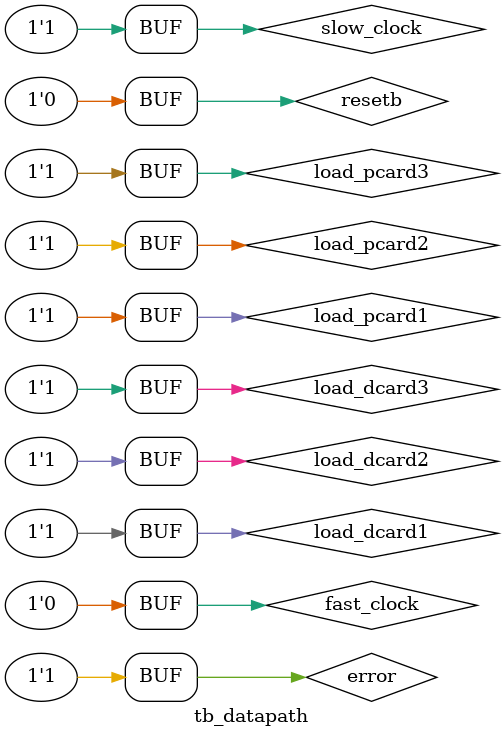
<source format=sv>
module tb_datapath();
reg slow_clock;
reg  fast_clock;
reg resetb;
reg load_pcard1;
reg load_pcard2;
reg load_pcard3;
reg load_dcard1;
reg load_dcard2;
reg load_dcard3;
wire [3:0] pcard3_out;
wire [3:0] pscore_out;
wire [3:0] dscore_out;
wire [6:0] HEX5;
wire [6:0] HEX4;
wire [6:0] HEX3;
wire [6:0] HEX2;
wire [6:0] HEX1;
wire [6:0] HEX0;

reg error;


// Your testbench goes here. Make sure your tests exercise the entire design
// in the .sv file.  Note that in our tests the simulator will exit after
// 10,000 ticks (equivalent to "initial #10000 $finish();").

datapath dut(.slow_clock(slow_clock),.fast_clock(fast_clock),.resetb(resetb),.load_pcard1(load_pcard1),.load_pcard2(load_pcard2),.load_pcard3(load_pcard3),.load_dcard1(load_dcard1),.load_dcard2(load_dcard2),.load_dcard3(load_dcard3),.pcard3_out(pcard3_out),.pscore_out(pscore_out),.dscore_out(dscore_out),.HEX5(HEX5),.HEX4(HEX4),.HEX3(HEX3),.HEX2(HEX2),.HEX1(HEX1),.HEX0(HEX0));


task test;
input [3:0] pcard3_out_test;
input [3:0] pscore_out_test;
input [3:0] dscore_out_test;
input [6:0] HEX5_test;
input [6:0] HEX4_test;
input [6:0] HEX3_test;
input [6:0] HEX2_test;
input [6:0] HEX1_test;
input [6:0] HEX0_test;

error=1'b0;
	
	if(tb_datapath.dut.pscore_out!=pscore_out_test)begin
		error=1'b1;
		$display("pscore_out_error");
	end
	
	if(tb_datapath.dut.dscore_out!=dscore_out_test)begin
		error=1'b1;
		$display("dscore_out_error");
	end
	
	if(tb_datapath.dut.pcard3_out!=pcard3_out_test)begin
		error=1'b1;
		$display("pcard3_out_error");
	end
	
	if(tb_datapath.dut.HEX5!=HEX5_test)begin
		error=1'b1;
		$display("HEX5_error");
	end
	
	if(tb_datapath.dut.HEX4!=HEX4_test)begin
		error=1'b1;
		$display("HEX4_error");
	end
	
	if(tb_datapath.dut.HEX3!=HEX3_test)begin
		error=1'b1;
		$display("HEX3_error");
	end
	
	if(tb_datapath.dut.HEX2!=HEX2_test)begin
		error=1'b1;
		$display("HEX3_error");
	end
	
	if(tb_datapath.dut.HEX1!=HEX1_test)begin
		error=1'b1;
		$display("HEX3_error");
	end
	
	if(tb_datapath.dut.HEX0!=HEX0_test)begin
		error=1'b1;
		$display("HEX0_error");
	end
	
	
endtask	
	
	
	
initial begin
//initalizing all outputs for 0s
resetb=1'b1;
slow_clock=1'b0;
fast_clock=1'b0;
#5;
resetb=1'b0;	
slow_clock=1'b1;
fast_clock=1'b1;
#5
resetb=1'b1;
#5
//setting all inputs to 0	
load_pcard1=1'b0;
load_pcard2=1'b0;
load_pcard3=1'b0;
load_dcard1=1'b0;
load_dcard2=1'b0;
load_dcard3=1'b0;
slow_clock=1'b0;
fast_clock=1'b0;
#5


//test to ensure the registers don't pass values when they aren't supposed to
slow_clock=1'b1;
test(4'b0,4'b0,4'b0,7'b1111111,7'b1111111,7'b1111111,7'b1111111,7'b1111111,7'b1111111);
load_pcard1=1'b1;
#5

//test to pcard_1 to see if it will change values, nothing else
slow_clock=1'b0;
#5
slow_clock=1'b1;
test(4'b0000,4'b0001,4'b0000,7'b1111111,7'b1111111,7'b1111111,7'b1111111,7'b1111111,7'b0001000);
load_pcard1=1'b0;
load_dcard1=1'b1;
#5

//test to dcard_1 to see if it will change values, nothing else
slow_clock=1'b0;
#5
slow_clock=1'b1;
test(4'b0,4'b0001,4'b0001,7'b1111111,7'b1111111,7'b0001000,7'b1111111,7'b1111111,7'b0001000);
load_dcard1=1'b0;
load_pcard2=1'b1;
#5

//test to pcard_2 to see if it will change values, nothing else
slow_clock=1'b0;
#5
slow_clock=1'b1;
test(4'b0,4'b0010,4'b0001,7'b1111111,7'b1111111,7'b0001000,7'b1111111,7'b0001000,7'b0001000);
load_dcard2=1'b1;
load_pcard2=1'b0;
#5

//test to dcard_2 to see if it will change values, nothing else
slow_clock=1'b0;
#5
slow_clock=1'b1;
test(4'b0,4'b0010,4'b0010,7'b1111111,7'b0001000,7'b0001000,7'b1111111,7'b0001000,7'b0001000);
load_dcard2=1'b0;
load_pcard3=1'b1;
#5

//test to pcard_3 to see if it will change values and pcard3 output gives the right value, nothing else
slow_clock=1'b0;
#5
slow_clock=1'b1;
test(4'b0001,4'b0011,4'b0010,7'b1111111,7'b0001000,7'b0001000,7'b0001000,7'b0001000,7'b0001000);
load_dcard3=1'b1;
load_pcard3=1'b0;
#5

//test to pcard_3 to see if it will change values and pcard3 output gives the right value, nothing else
slow_clock=1'b0;
#5
slow_clock=1'b1;
test(4'b0001,4'b0011,4'b0011,7'b0001000,7'b0001000,7'b0001000,7'b0001000,7'b0001000,7'b0001000);
load_dcard3=1'b0;
load_pcard3=1'b0;



#5;
slow_clock=1'b0;
resetb=1'b0;
#2;
fast_clock=1'b1; #1; fast_clock=1'b0; #1
slow_clock=1'b1;
#1;
resetb=1'b1;
#5;
slow_clock=1'b0;

fast_clock=1'b1; #1; fast_clock=1'b0; #1fast_clock=1'b1; #1; fast_clock=1'b0; #1 fast_clock=1'b1; #1; fast_clock=1'b0; #1  fast_clock=1'b1; #1; fast_clock=1'b0; #1 fast_clock=1'b1; #1; fast_clock=1'b0; #1 fast_clock=1'b1; #1; fast_clock=1'b0; #1  fast_clock=1'b1; #1; fast_clock=1'b0; #1//eight
#5;
//test to ensure the registers don't pass values when they aren't supposed to
slow_clock=1'b1;
test(4'b0,4'b0,4'b0,7'b1111111,7'b1111111,7'b1111111,7'b1111111,7'b1111111,7'b1111111);
load_pcard1=1'b1;
#5

//test to pcard_1 to see if it will change values, nothing else
slow_clock=1'b0;
#5
slow_clock=1'b1;
test(4'b0000,4'b1000,4'b0000,7'b1111111,7'b1111111,7'b1111111,7'b1111111,7'b1111111,7'b0000000);
load_pcard1=1'b0;
load_dcard1=1'b1;
#5

//test to dcard_1 to see if it will change values, nothing else
slow_clock=1'b0;
#5
slow_clock=1'b1;
test(4'b0,4'b1000,4'b1000,7'b1111111,7'b1111111,7'b0000000,7'b1111111,7'b1111111,7'b0000000);
load_dcard1=1'b0;
load_pcard2=1'b1;
#5

//test to pcard_2 to see if it will change values, nothing else
slow_clock=1'b0;
#5
slow_clock=1'b1;
test(4'b0,4'b0110,4'b1000,7'b1111111,7'b1111111,7'b0000000,7'b1111111,7'b0000000,7'b0000000);
load_dcard2=1'b1;
load_pcard2=1'b0;
#5

//test to dcard_2 to see if it will change values, nothing else
slow_clock=1'b0;
#5
slow_clock=1'b1;
test(4'b0,4'b0110,4'b0110,7'b1111111,7'b0000000,7'b0000000,7'b1111111,7'b0000000,7'b0000000);
load_dcard2=1'b0;
load_pcard3=1'b1;
#5

//test to pcard_3 to see if it will change values and pcard3 output gives the right value, nothing else
slow_clock=1'b0;
#5
slow_clock=1'b1;
test(4'b1000,4'b0100,4'b0110,7'b1111111,7'b0000000,7'b0000000,7'b0000000,7'b0000000,7'b0000000);
load_dcard3=1'b1;
load_pcard3=1'b0;
#5

//test to pcard_3 to see if it will change values and pcard3 output gives the right value, nothing else
slow_clock=1'b0;
#5
slow_clock=1'b1;
test(4'b1000,4'b0100,4'b0100,7'b0000000,7'b0000000,7'b0000000,7'b0000000,7'b0000000,7'b0000000);
load_dcard3=1'b0;
load_pcard3=1'b0;
#5;

#5;
slow_clock=1'b0;
resetb=1'b0;
#2;
fast_clock=1'b1; #1; fast_clock=1'b0;
slow_clock=1'b1;
#1;
resetb=1'b1;
#5;
slow_clock=1'b0;

#1 fast_clock=1'b1; #1; fast_clock=1'b0; #1  //two
#5;
//test to ensure the registers don't pass values when they aren't supposed to
slow_clock=1'b1;
test(4'b0,4'b0,4'b0,7'b1111111,7'b1111111,7'b1111111,7'b1111111,7'b1111111,7'b1111111);
load_pcard1=1'b1;
#5

//test to pcard_1 to see if it will change values, nothing else
slow_clock=1'b0;
#5
slow_clock=1'b1;
test(4'b0000,4'b0010,4'b0000,7'b1111111,7'b1111111,7'b1111111,7'b1111111,7'b1111111,7'b0100100);
load_pcard1=1'b0;
load_dcard1=1'b1;
#5

//test to dcard_1 to see if it will change values, nothing else
slow_clock=1'b0;
#5
slow_clock=1'b1;
test(4'b0,4'b0010,4'b0010,7'b1111111,7'b1111111,7'b0100100,7'b1111111,7'b1111111,7'b0100100);
load_dcard1=1'b0;
load_pcard2=1'b1;
#5

//test to pcard_2 to see if it will change values, nothing else
slow_clock=1'b0;
#5
slow_clock=1'b1;
test(4'b0,4'b0100,4'b0010,7'b1111111,7'b1111111,7'b0100100,7'b1111111,7'b0100100,7'b0100100);
load_dcard2=1'b1;
load_pcard2=1'b0;
#5

//test to dcard_2 to see if it will change values, nothing else
slow_clock=1'b0;
#5
slow_clock=1'b1;
test(4'b0,4'b0100,4'b0100,7'b1111111,7'b0100100,7'b0100100,7'b1111111,7'b0100100,7'b0100100);
load_dcard2=1'b0;
load_pcard3=1'b1;
#5

//test to pcard_3 to see if it will change values and pcard3 output gives the right value, nothing else
slow_clock=1'b0;
#5
slow_clock=1'b1;
test(4'b0010,4'b0110,4'b0100,7'b1111111,7'b0100100,7'b0100100,7'b0100100,7'b0100100,7'b0100100);
load_dcard3=1'b1;
load_pcard3=1'b0;
#5

//test to pcard_3 to see if it will change values and pcard3 output gives the right value, nothing else
slow_clock=1'b0;
#5
slow_clock=1'b1;
test(4'b0010,4'b0110,4'b0110,7'b0100100,7'b0100100,7'b0100100,7'b0100100,7'b0100100,7'b0100100);
load_dcard3=1'b0;
load_pcard3=1'b0;
#5;


load_pcard1=1'b1;
load_pcard2=1'b1;
load_pcard3=1'b1;
load_dcard1=1'b1;
load_dcard2=1'b1;
load_dcard3=1'b1;

#1 fast_clock=1'b1; #1; fast_clock=1'b0; #1

slow_clock=1'b0;
#5
slow_clock=1'b1;
#5

#1 fast_clock=1'b1; #1; fast_clock=1'b0; #1

slow_clock=1'b0;
#5
slow_clock=1'b1;
#5

#1 fast_clock=1'b1; #1; fast_clock=1'b0; #1

slow_clock=1'b0;
#5
slow_clock=1'b1;
#5

#1 fast_clock=1'b1; #1; fast_clock=1'b0; #1

slow_clock=1'b0;
#5
slow_clock=1'b1;
#5

#1 fast_clock=1'b1; #1; fast_clock=1'b0; #1

slow_clock=1'b0;
#5
slow_clock=1'b1;
#5

#1 fast_clock=1'b1; #1; fast_clock=1'b0; #1

slow_clock=1'b0;
#5
slow_clock=1'b1;
#5

#1 fast_clock=1'b1; #1; fast_clock=1'b0; #1

slow_clock=1'b0;
#5
slow_clock=1'b1;
#5

#1 fast_clock=1'b1; #1; fast_clock=1'b0; #1

slow_clock=1'b0;
#5
slow_clock=1'b1;
#5

#1 fast_clock=1'b1; #1; fast_clock=1'b0; #1

slow_clock=1'b0;
#5
slow_clock=1'b1;
#5

#1 fast_clock=1'b1; #1; fast_clock=1'b0; #1

slow_clock=1'b0;
#5
slow_clock=1'b1;
#5

#1 fast_clock=1'b1; #1; fast_clock=1'b0; #1

slow_clock=1'b0;
#5
slow_clock=1'b1;
#5

#1 fast_clock=1'b1; #1; fast_clock=1'b0; #1

slow_clock=1'b0;
#5
slow_clock=1'b1;
#5

#1 fast_clock=1'b1; #1; fast_clock=1'b0; #1

slow_clock=1'b0;
#5
slow_clock=1'b1;
#5

#1 fast_clock=1'b1; #1; fast_clock=1'b0; #1

slow_clock=1'b0;
#5
slow_clock=1'b1;
#5;

slow_clock=1'b0;
#5
slow_clock=1'b1;
#5

#1 fast_clock=1'b1; #1; fast_clock=1'b0; #1

slow_clock=1'b0;
#5
slow_clock=1'b1;
#5

#1 fast_clock=1'b1; #1; fast_clock=1'b0; #1

slow_clock=1'b0;
#5
slow_clock=1'b1;
#5

#1 fast_clock=1'b1; #1; fast_clock=1'b0; #1

slow_clock=1'b0;
#5
slow_clock=1'b1;
#5

#1 fast_clock=1'b1; #1; fast_clock=1'b0; #1

slow_clock=1'b0;
#5
slow_clock=1'b1;
#5

#1 fast_clock=1'b1; #1; fast_clock=1'b0; #1

slow_clock=1'b0;
#5
slow_clock=1'b1;
#5

#1 fast_clock=1'b1; #1; fast_clock=1'b0; #1

slow_clock=1'b0;
#5
slow_clock=1'b1;
#5

#1 fast_clock=1'b1; #1; fast_clock=1'b0; #1

slow_clock=1'b0;
#5
slow_clock=1'b1;
#5

#1 fast_clock=1'b1; #1; fast_clock=1'b0; #1

slow_clock=1'b0;
#5
slow_clock=1'b1;
#5;

resetb=1'b1;

#1 fast_clock=1'b1; #1; fast_clock=1'b0; #1

slow_clock=1'b0;
#5
slow_clock=1'b1;
#5

#1 fast_clock=1'b1; #1; fast_clock=1'b0; #1

slow_clock=1'b0;
#5
slow_clock=1'b1;
#5;

resetb=1'b0;

#1 fast_clock=1'b1; #1; fast_clock=1'b0; #1

slow_clock=1'b0;
#5
slow_clock=1'b1;
#5

#1 fast_clock=1'b1; #1; fast_clock=1'b0; #1

slow_clock=1'b0;
#5
slow_clock=1'b1;
#5;

test(4'd15,4'd15,4'd15,7'b0,7'b0,7'b0,7'b0,7'b0,7'b0);
#10;

end

endmodule

</source>
